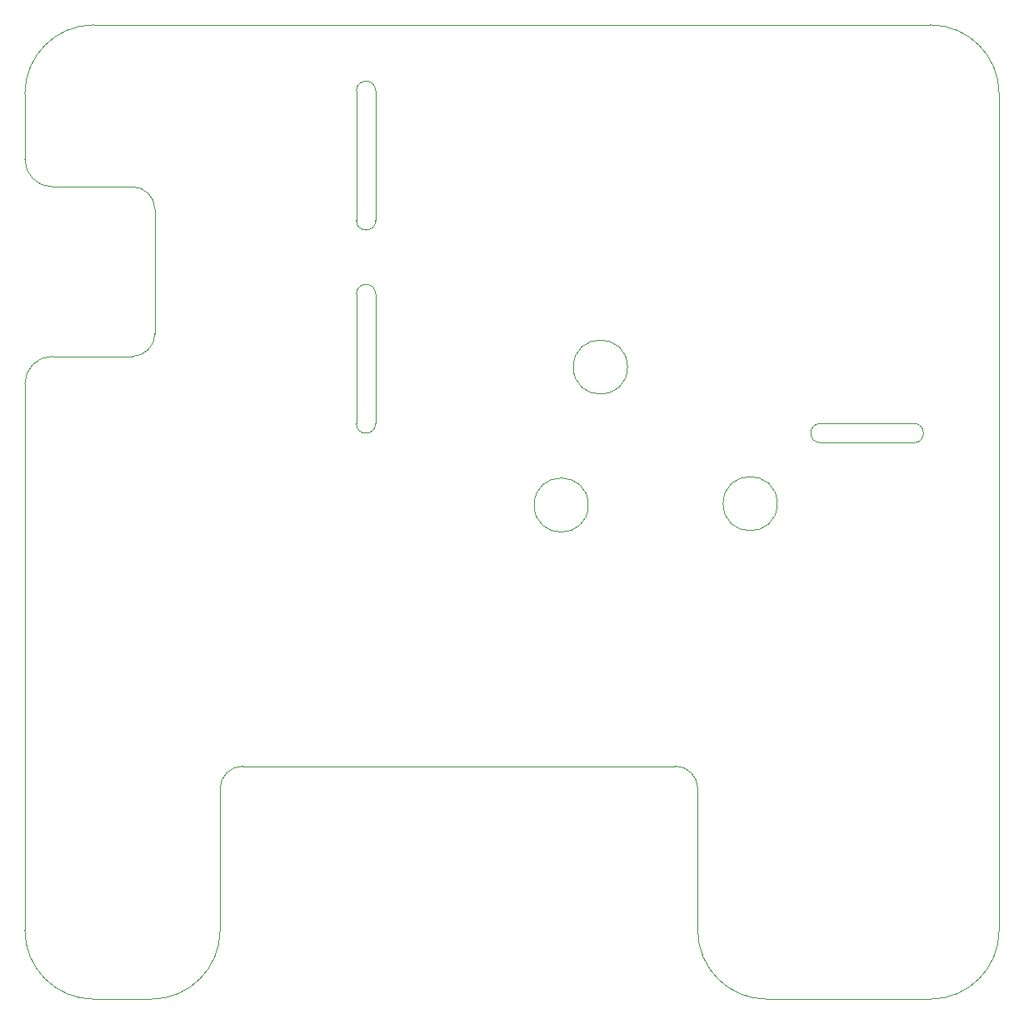
<source format=gbr>
G04 #@! TF.GenerationSoftware,KiCad,Pcbnew,7.0.7+dfsg-1*
G04 #@! TF.CreationDate,2024-09-28T12:18:31+02:00*
G04 #@! TF.ProjectId,evo-cube-sensor,65766f2d-6375-4626-952d-73656e736f72,rev?*
G04 #@! TF.SameCoordinates,Original*
G04 #@! TF.FileFunction,Other,User*
%FSLAX46Y46*%
G04 Gerber Fmt 4.6, Leading zero omitted, Abs format (unit mm)*
G04 Created by KiCad (PCBNEW 7.0.7+dfsg-1) date 2024-09-28 12:18:31*
%MOMM*%
%LPD*%
G01*
G04 APERTURE LIST*
%ADD10C,0.050000*%
G04 #@! TA.AperFunction,Profile*
%ADD11C,0.100000*%
G04 #@! TD*
G04 APERTURE END LIST*
D10*
X94901200Y-67340800D02*
G75*
G03*
X94901200Y-67340800I-2750000J0D01*
G01*
X110115800Y-81223800D02*
G75*
G03*
X110115800Y-81223800I-2750000J0D01*
G01*
X90913400Y-81362113D02*
G75*
G03*
X90913400Y-81362113I-2750000J0D01*
G01*
D11*
X114503200Y-73075800D02*
X124002800Y-73075800D01*
X125664200Y-131569200D02*
G75*
G03*
X132664200Y-124569200I0J7000000D01*
G01*
X46500453Y-131569203D02*
G75*
G03*
X53500453Y-124569200I-3J7000003D01*
G01*
X33670200Y-46233544D02*
X33664200Y-39569200D01*
X33664200Y-124569200D02*
G75*
G03*
X40664200Y-131569200I7000000J0D01*
G01*
X67348843Y-73089243D02*
G75*
G03*
X69303157Y-73089243I977157J0D01*
G01*
X55786453Y-107899153D02*
G75*
G03*
X53500453Y-110185200I47J-2286047D01*
G01*
X125664200Y-32569200D02*
X40664200Y-32569200D01*
X99756200Y-107899200D02*
X55786453Y-107899200D01*
X102042200Y-110185200D02*
G75*
G03*
X99756200Y-107899200I-2286000J0D01*
G01*
X46878200Y-51313544D02*
X46878200Y-63957200D01*
X53500453Y-110185200D02*
X53500453Y-124569200D01*
X46878156Y-51313544D02*
G75*
G03*
X44592200Y-49027544I-2285956J44D01*
G01*
X69303157Y-59918600D02*
G75*
G03*
X67348843Y-59918600I-977157J0D01*
G01*
X44592200Y-66243200D02*
X36464200Y-66243200D01*
X44592200Y-66243200D02*
G75*
G03*
X46878200Y-63957200I0J2286000D01*
G01*
X44592200Y-49027544D02*
X36464200Y-49027544D01*
X102042200Y-110185200D02*
X102042200Y-124569200D01*
X36464200Y-66243200D02*
G75*
G03*
X33670200Y-69037200I0J-2794000D01*
G01*
X114503200Y-73075886D02*
G75*
G03*
X114503200Y-75030114I0J-977114D01*
G01*
X109042200Y-131569200D02*
X125664200Y-131569200D01*
X124002800Y-75030114D02*
X114503200Y-75030114D01*
X67348843Y-73089243D02*
X67348843Y-59918600D01*
X67348843Y-52439043D02*
G75*
G03*
X69303157Y-52439043I977157J0D01*
G01*
X69303157Y-39268400D02*
X69303157Y-52439043D01*
X33670200Y-69037200D02*
X33670200Y-124569200D01*
X124002800Y-75030200D02*
G75*
G03*
X124002800Y-73075800I0J977200D01*
G01*
X40664200Y-32569200D02*
G75*
G03*
X33664200Y-39569200I0J-7000000D01*
G01*
X67348843Y-39268400D02*
X67348843Y-52439043D01*
X69303157Y-59918600D02*
X69303157Y-73089243D01*
X132664200Y-39569200D02*
G75*
G03*
X125664200Y-32569200I-7000000J0D01*
G01*
X33670156Y-46233544D02*
G75*
G03*
X36464200Y-49027544I2794044J44D01*
G01*
X69303157Y-39268400D02*
G75*
G03*
X67348843Y-39268400I-977157J0D01*
G01*
X40664200Y-131569200D02*
X46500453Y-131569200D01*
X102042200Y-124569200D02*
G75*
G03*
X109042200Y-131569200I7000000J0D01*
G01*
X132664200Y-124569200D02*
X132664200Y-39569200D01*
M02*

</source>
